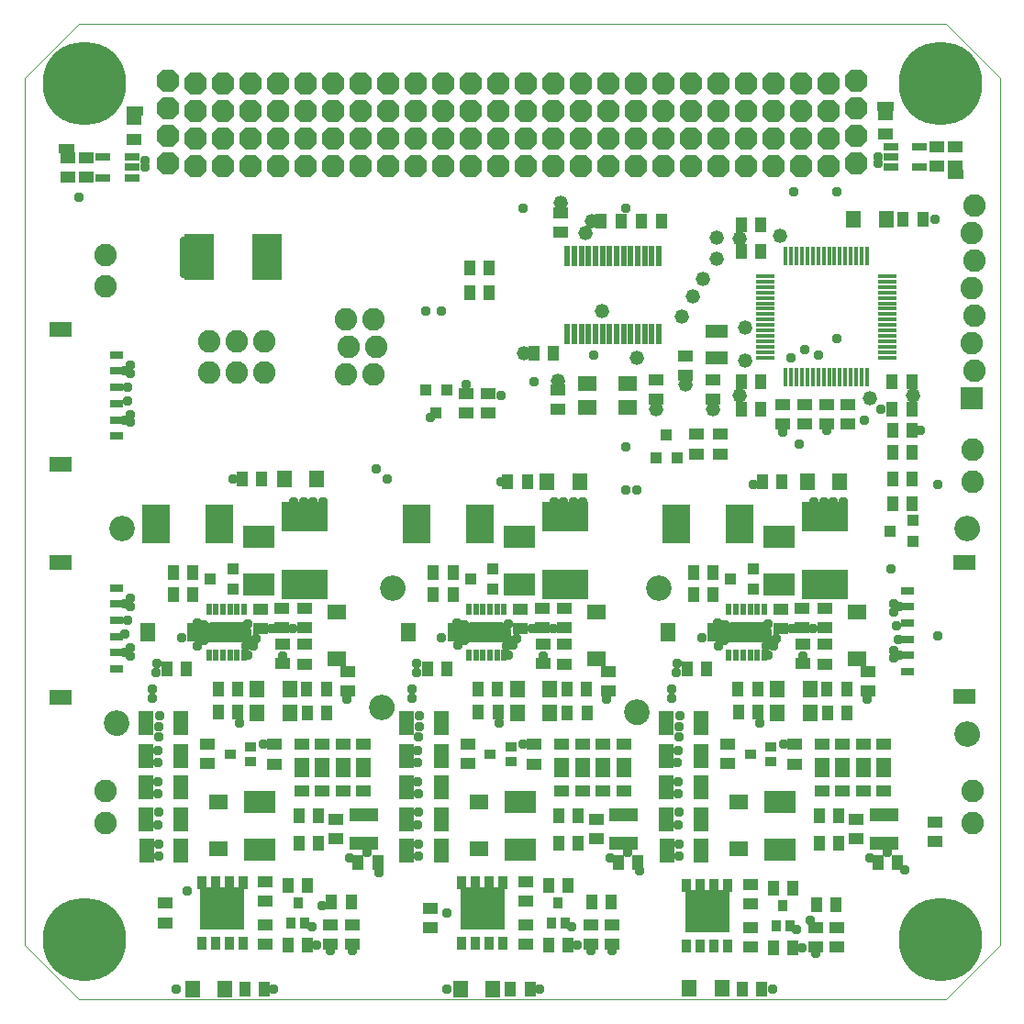
<source format=gts>
G75*
%MOIN*%
%OFA0B0*%
%FSLAX25Y25*%
%IPPOS*%
%LPD*%
%AMOC8*
5,1,8,0,0,1.08239X$1,22.5*
%
%ADD10OC8,0.08200*%
%ADD11C,0.00000*%
%ADD12C,0.30328*%
%ADD13R,0.05524X0.03950*%
%ADD14R,0.03950X0.05524*%
%ADD15R,0.03556X0.04343*%
%ADD16R,0.03202X0.04816*%
%ADD17R,0.16194X0.15800*%
%ADD18R,0.05524X0.08674*%
%ADD19R,0.16548X0.10643*%
%ADD20R,0.04343X0.03950*%
%ADD21R,0.05524X0.06312*%
%ADD22R,0.04343X0.03556*%
%ADD23R,0.11430X0.07887*%
%ADD24R,0.10300X0.14300*%
%ADD25R,0.05800X0.06587*%
%ADD26R,0.06587X0.05800*%
%ADD27R,0.12001X0.07300*%
%ADD28R,0.02454X0.04300*%
%ADD29R,0.02572X0.04737*%
%ADD30R,0.04737X0.03162*%
%ADD31R,0.07887X0.05721*%
%ADD32R,0.01784X0.06902*%
%ADD33R,0.06902X0.01784*%
%ADD34R,0.02375X0.07690*%
%ADD35R,0.07887X0.04737*%
%ADD36C,0.05200*%
%ADD37R,0.07099X0.05721*%
%ADD38R,0.04737X0.01784*%
%ADD39R,0.01784X0.04737*%
%ADD40C,0.09265*%
%ADD41C,0.08200*%
%ADD42R,0.08200X0.08200*%
%ADD43R,0.05524X0.03162*%
%ADD44R,0.10643X0.16548*%
%ADD45R,0.03950X0.04343*%
%ADD46C,0.03778*%
%ADD47R,0.03778X0.03778*%
D10*
X0077787Y0321425D03*
X0077787Y0331425D03*
X0077787Y0341425D03*
X0077787Y0351425D03*
X0087787Y0350425D03*
X0087787Y0340425D03*
X0097787Y0340425D03*
X0097787Y0350425D03*
X0107787Y0350425D03*
X0107787Y0340425D03*
X0117787Y0340425D03*
X0117787Y0350425D03*
X0127787Y0350425D03*
X0127787Y0340425D03*
X0137787Y0340425D03*
X0137787Y0350425D03*
X0147787Y0350425D03*
X0147787Y0340425D03*
X0147787Y0330425D03*
X0147787Y0320425D03*
X0137787Y0320425D03*
X0127787Y0320425D03*
X0127787Y0330425D03*
X0137787Y0330425D03*
X0117787Y0330425D03*
X0107787Y0330425D03*
X0107787Y0320425D03*
X0117787Y0320425D03*
X0097787Y0320425D03*
X0087787Y0320425D03*
X0087787Y0330425D03*
X0097787Y0330425D03*
X0157787Y0330425D03*
X0157787Y0320425D03*
X0167787Y0320425D03*
X0167787Y0330425D03*
X0167787Y0340425D03*
X0157787Y0340425D03*
X0157787Y0350425D03*
X0167787Y0350425D03*
X0177787Y0350425D03*
X0177787Y0340425D03*
X0187787Y0340425D03*
X0187787Y0350425D03*
X0197787Y0350425D03*
X0197787Y0340425D03*
X0207787Y0340425D03*
X0207787Y0350425D03*
X0217787Y0350425D03*
X0217787Y0340425D03*
X0227787Y0340425D03*
X0227787Y0350425D03*
X0237787Y0350425D03*
X0237787Y0340425D03*
X0247787Y0340425D03*
X0247787Y0350425D03*
X0257787Y0350425D03*
X0257787Y0340425D03*
X0257787Y0330425D03*
X0257787Y0320425D03*
X0247787Y0320425D03*
X0237787Y0320425D03*
X0237787Y0330425D03*
X0247787Y0330425D03*
X0227787Y0330425D03*
X0217787Y0330425D03*
X0217787Y0320425D03*
X0227787Y0320425D03*
X0207787Y0320425D03*
X0197787Y0320425D03*
X0197787Y0330425D03*
X0207787Y0330425D03*
X0187787Y0330425D03*
X0177787Y0330425D03*
X0177787Y0320425D03*
X0187787Y0320425D03*
X0267787Y0320425D03*
X0267787Y0330425D03*
X0277787Y0330425D03*
X0277787Y0320425D03*
X0287787Y0320425D03*
X0287787Y0330425D03*
X0297787Y0330425D03*
X0297787Y0320425D03*
X0307787Y0320425D03*
X0307787Y0330425D03*
X0317787Y0330425D03*
X0317787Y0320425D03*
X0327787Y0321425D03*
X0327787Y0331425D03*
X0327787Y0341425D03*
X0327787Y0351425D03*
X0317787Y0350425D03*
X0307787Y0350425D03*
X0307787Y0340425D03*
X0317787Y0340425D03*
X0297787Y0340425D03*
X0287787Y0340425D03*
X0287787Y0350425D03*
X0297787Y0350425D03*
X0277787Y0350425D03*
X0267787Y0350425D03*
X0267787Y0340425D03*
X0277787Y0340425D03*
D11*
X0025622Y0352394D02*
X0025622Y0037433D01*
X0045307Y0017748D01*
X0360268Y0017748D01*
X0379953Y0037433D01*
X0379953Y0352394D01*
X0360268Y0372079D01*
X0045307Y0372079D01*
X0025622Y0352394D01*
X0056823Y0189008D02*
X0056825Y0189138D01*
X0056831Y0189267D01*
X0056841Y0189397D01*
X0056855Y0189526D01*
X0056873Y0189654D01*
X0056894Y0189782D01*
X0056920Y0189909D01*
X0056950Y0190035D01*
X0056983Y0190161D01*
X0057020Y0190285D01*
X0057061Y0190408D01*
X0057106Y0190530D01*
X0057155Y0190650D01*
X0057207Y0190769D01*
X0057262Y0190886D01*
X0057322Y0191001D01*
X0057385Y0191115D01*
X0057451Y0191226D01*
X0057521Y0191336D01*
X0057594Y0191443D01*
X0057670Y0191548D01*
X0057749Y0191650D01*
X0057832Y0191750D01*
X0057917Y0191848D01*
X0058006Y0191943D01*
X0058097Y0192035D01*
X0058191Y0192124D01*
X0058288Y0192210D01*
X0058388Y0192293D01*
X0058489Y0192374D01*
X0058594Y0192451D01*
X0058700Y0192525D01*
X0058809Y0192595D01*
X0058920Y0192662D01*
X0059033Y0192726D01*
X0059148Y0192786D01*
X0059265Y0192843D01*
X0059383Y0192896D01*
X0059503Y0192945D01*
X0059625Y0192991D01*
X0059747Y0193033D01*
X0059871Y0193071D01*
X0059996Y0193105D01*
X0060122Y0193136D01*
X0060249Y0193163D01*
X0060377Y0193185D01*
X0060505Y0193204D01*
X0060634Y0193219D01*
X0060763Y0193230D01*
X0060893Y0193237D01*
X0061023Y0193240D01*
X0061152Y0193239D01*
X0061282Y0193234D01*
X0061411Y0193225D01*
X0061540Y0193212D01*
X0061669Y0193195D01*
X0061797Y0193174D01*
X0061924Y0193150D01*
X0062051Y0193121D01*
X0062176Y0193089D01*
X0062301Y0193052D01*
X0062424Y0193012D01*
X0062546Y0192969D01*
X0062667Y0192921D01*
X0062786Y0192870D01*
X0062904Y0192815D01*
X0063019Y0192756D01*
X0063133Y0192694D01*
X0063245Y0192629D01*
X0063355Y0192560D01*
X0063463Y0192488D01*
X0063569Y0192413D01*
X0063672Y0192334D01*
X0063773Y0192252D01*
X0063871Y0192167D01*
X0063966Y0192080D01*
X0064059Y0191989D01*
X0064149Y0191896D01*
X0064236Y0191799D01*
X0064320Y0191701D01*
X0064401Y0191599D01*
X0064479Y0191496D01*
X0064553Y0191389D01*
X0064625Y0191281D01*
X0064693Y0191171D01*
X0064757Y0191058D01*
X0064818Y0190944D01*
X0064876Y0190827D01*
X0064930Y0190710D01*
X0064980Y0190590D01*
X0065027Y0190469D01*
X0065070Y0190347D01*
X0065109Y0190223D01*
X0065144Y0190098D01*
X0065176Y0189972D01*
X0065203Y0189846D01*
X0065227Y0189718D01*
X0065247Y0189590D01*
X0065263Y0189461D01*
X0065275Y0189332D01*
X0065283Y0189202D01*
X0065287Y0189073D01*
X0065287Y0188943D01*
X0065283Y0188814D01*
X0065275Y0188684D01*
X0065263Y0188555D01*
X0065247Y0188426D01*
X0065227Y0188298D01*
X0065203Y0188170D01*
X0065176Y0188044D01*
X0065144Y0187918D01*
X0065109Y0187793D01*
X0065070Y0187669D01*
X0065027Y0187547D01*
X0064980Y0187426D01*
X0064930Y0187306D01*
X0064876Y0187189D01*
X0064818Y0187072D01*
X0064757Y0186958D01*
X0064693Y0186845D01*
X0064625Y0186735D01*
X0064553Y0186627D01*
X0064479Y0186520D01*
X0064401Y0186417D01*
X0064320Y0186315D01*
X0064236Y0186217D01*
X0064149Y0186120D01*
X0064059Y0186027D01*
X0063966Y0185936D01*
X0063871Y0185849D01*
X0063773Y0185764D01*
X0063672Y0185682D01*
X0063569Y0185603D01*
X0063463Y0185528D01*
X0063355Y0185456D01*
X0063245Y0185387D01*
X0063133Y0185322D01*
X0063019Y0185260D01*
X0062904Y0185201D01*
X0062786Y0185146D01*
X0062667Y0185095D01*
X0062546Y0185047D01*
X0062424Y0185004D01*
X0062301Y0184964D01*
X0062176Y0184927D01*
X0062051Y0184895D01*
X0061924Y0184866D01*
X0061797Y0184842D01*
X0061669Y0184821D01*
X0061540Y0184804D01*
X0061411Y0184791D01*
X0061282Y0184782D01*
X0061152Y0184777D01*
X0061023Y0184776D01*
X0060893Y0184779D01*
X0060763Y0184786D01*
X0060634Y0184797D01*
X0060505Y0184812D01*
X0060377Y0184831D01*
X0060249Y0184853D01*
X0060122Y0184880D01*
X0059996Y0184911D01*
X0059871Y0184945D01*
X0059747Y0184983D01*
X0059625Y0185025D01*
X0059503Y0185071D01*
X0059383Y0185120D01*
X0059265Y0185173D01*
X0059148Y0185230D01*
X0059033Y0185290D01*
X0058920Y0185354D01*
X0058809Y0185421D01*
X0058700Y0185491D01*
X0058594Y0185565D01*
X0058489Y0185642D01*
X0058388Y0185723D01*
X0058288Y0185806D01*
X0058191Y0185892D01*
X0058097Y0185981D01*
X0058006Y0186073D01*
X0057917Y0186168D01*
X0057832Y0186266D01*
X0057749Y0186366D01*
X0057670Y0186468D01*
X0057594Y0186573D01*
X0057521Y0186680D01*
X0057451Y0186790D01*
X0057385Y0186901D01*
X0057322Y0187015D01*
X0057262Y0187130D01*
X0057207Y0187247D01*
X0057155Y0187366D01*
X0057106Y0187486D01*
X0057061Y0187608D01*
X0057020Y0187731D01*
X0056983Y0187855D01*
X0056950Y0187981D01*
X0056920Y0188107D01*
X0056894Y0188234D01*
X0056873Y0188362D01*
X0056855Y0188490D01*
X0056841Y0188619D01*
X0056831Y0188749D01*
X0056825Y0188878D01*
X0056823Y0189008D01*
X0054855Y0118142D02*
X0054857Y0118272D01*
X0054863Y0118401D01*
X0054873Y0118531D01*
X0054887Y0118660D01*
X0054905Y0118788D01*
X0054926Y0118916D01*
X0054952Y0119043D01*
X0054982Y0119169D01*
X0055015Y0119295D01*
X0055052Y0119419D01*
X0055093Y0119542D01*
X0055138Y0119664D01*
X0055187Y0119784D01*
X0055239Y0119903D01*
X0055294Y0120020D01*
X0055354Y0120135D01*
X0055417Y0120249D01*
X0055483Y0120360D01*
X0055553Y0120470D01*
X0055626Y0120577D01*
X0055702Y0120682D01*
X0055781Y0120784D01*
X0055864Y0120884D01*
X0055949Y0120982D01*
X0056038Y0121077D01*
X0056129Y0121169D01*
X0056223Y0121258D01*
X0056320Y0121344D01*
X0056420Y0121427D01*
X0056521Y0121508D01*
X0056626Y0121585D01*
X0056732Y0121659D01*
X0056841Y0121729D01*
X0056952Y0121796D01*
X0057065Y0121860D01*
X0057180Y0121920D01*
X0057297Y0121977D01*
X0057415Y0122030D01*
X0057535Y0122079D01*
X0057657Y0122125D01*
X0057779Y0122167D01*
X0057903Y0122205D01*
X0058028Y0122239D01*
X0058154Y0122270D01*
X0058281Y0122297D01*
X0058409Y0122319D01*
X0058537Y0122338D01*
X0058666Y0122353D01*
X0058795Y0122364D01*
X0058925Y0122371D01*
X0059055Y0122374D01*
X0059184Y0122373D01*
X0059314Y0122368D01*
X0059443Y0122359D01*
X0059572Y0122346D01*
X0059701Y0122329D01*
X0059829Y0122308D01*
X0059956Y0122284D01*
X0060083Y0122255D01*
X0060208Y0122223D01*
X0060333Y0122186D01*
X0060456Y0122146D01*
X0060578Y0122103D01*
X0060699Y0122055D01*
X0060818Y0122004D01*
X0060936Y0121949D01*
X0061051Y0121890D01*
X0061165Y0121828D01*
X0061277Y0121763D01*
X0061387Y0121694D01*
X0061495Y0121622D01*
X0061601Y0121547D01*
X0061704Y0121468D01*
X0061805Y0121386D01*
X0061903Y0121301D01*
X0061998Y0121214D01*
X0062091Y0121123D01*
X0062181Y0121030D01*
X0062268Y0120933D01*
X0062352Y0120835D01*
X0062433Y0120733D01*
X0062511Y0120630D01*
X0062585Y0120523D01*
X0062657Y0120415D01*
X0062725Y0120305D01*
X0062789Y0120192D01*
X0062850Y0120078D01*
X0062908Y0119961D01*
X0062962Y0119844D01*
X0063012Y0119724D01*
X0063059Y0119603D01*
X0063102Y0119481D01*
X0063141Y0119357D01*
X0063176Y0119232D01*
X0063208Y0119106D01*
X0063235Y0118980D01*
X0063259Y0118852D01*
X0063279Y0118724D01*
X0063295Y0118595D01*
X0063307Y0118466D01*
X0063315Y0118336D01*
X0063319Y0118207D01*
X0063319Y0118077D01*
X0063315Y0117948D01*
X0063307Y0117818D01*
X0063295Y0117689D01*
X0063279Y0117560D01*
X0063259Y0117432D01*
X0063235Y0117304D01*
X0063208Y0117178D01*
X0063176Y0117052D01*
X0063141Y0116927D01*
X0063102Y0116803D01*
X0063059Y0116681D01*
X0063012Y0116560D01*
X0062962Y0116440D01*
X0062908Y0116323D01*
X0062850Y0116206D01*
X0062789Y0116092D01*
X0062725Y0115979D01*
X0062657Y0115869D01*
X0062585Y0115761D01*
X0062511Y0115654D01*
X0062433Y0115551D01*
X0062352Y0115449D01*
X0062268Y0115351D01*
X0062181Y0115254D01*
X0062091Y0115161D01*
X0061998Y0115070D01*
X0061903Y0114983D01*
X0061805Y0114898D01*
X0061704Y0114816D01*
X0061601Y0114737D01*
X0061495Y0114662D01*
X0061387Y0114590D01*
X0061277Y0114521D01*
X0061165Y0114456D01*
X0061051Y0114394D01*
X0060936Y0114335D01*
X0060818Y0114280D01*
X0060699Y0114229D01*
X0060578Y0114181D01*
X0060456Y0114138D01*
X0060333Y0114098D01*
X0060208Y0114061D01*
X0060083Y0114029D01*
X0059956Y0114000D01*
X0059829Y0113976D01*
X0059701Y0113955D01*
X0059572Y0113938D01*
X0059443Y0113925D01*
X0059314Y0113916D01*
X0059184Y0113911D01*
X0059055Y0113910D01*
X0058925Y0113913D01*
X0058795Y0113920D01*
X0058666Y0113931D01*
X0058537Y0113946D01*
X0058409Y0113965D01*
X0058281Y0113987D01*
X0058154Y0114014D01*
X0058028Y0114045D01*
X0057903Y0114079D01*
X0057779Y0114117D01*
X0057657Y0114159D01*
X0057535Y0114205D01*
X0057415Y0114254D01*
X0057297Y0114307D01*
X0057180Y0114364D01*
X0057065Y0114424D01*
X0056952Y0114488D01*
X0056841Y0114555D01*
X0056732Y0114625D01*
X0056626Y0114699D01*
X0056521Y0114776D01*
X0056420Y0114857D01*
X0056320Y0114940D01*
X0056223Y0115026D01*
X0056129Y0115115D01*
X0056038Y0115207D01*
X0055949Y0115302D01*
X0055864Y0115400D01*
X0055781Y0115500D01*
X0055702Y0115602D01*
X0055626Y0115707D01*
X0055553Y0115814D01*
X0055483Y0115924D01*
X0055417Y0116035D01*
X0055354Y0116149D01*
X0055294Y0116264D01*
X0055239Y0116381D01*
X0055187Y0116500D01*
X0055138Y0116620D01*
X0055093Y0116742D01*
X0055052Y0116865D01*
X0055015Y0116989D01*
X0054982Y0117115D01*
X0054952Y0117241D01*
X0054926Y0117368D01*
X0054905Y0117496D01*
X0054887Y0117624D01*
X0054873Y0117753D01*
X0054863Y0117883D01*
X0054857Y0118012D01*
X0054855Y0118142D01*
X0151311Y0124047D02*
X0151313Y0124177D01*
X0151319Y0124306D01*
X0151329Y0124436D01*
X0151343Y0124565D01*
X0151361Y0124693D01*
X0151382Y0124821D01*
X0151408Y0124948D01*
X0151438Y0125074D01*
X0151471Y0125200D01*
X0151508Y0125324D01*
X0151549Y0125447D01*
X0151594Y0125569D01*
X0151643Y0125689D01*
X0151695Y0125808D01*
X0151750Y0125925D01*
X0151810Y0126040D01*
X0151873Y0126154D01*
X0151939Y0126265D01*
X0152009Y0126375D01*
X0152082Y0126482D01*
X0152158Y0126587D01*
X0152237Y0126689D01*
X0152320Y0126789D01*
X0152405Y0126887D01*
X0152494Y0126982D01*
X0152585Y0127074D01*
X0152679Y0127163D01*
X0152776Y0127249D01*
X0152876Y0127332D01*
X0152977Y0127413D01*
X0153082Y0127490D01*
X0153188Y0127564D01*
X0153297Y0127634D01*
X0153408Y0127701D01*
X0153521Y0127765D01*
X0153636Y0127825D01*
X0153753Y0127882D01*
X0153871Y0127935D01*
X0153991Y0127984D01*
X0154113Y0128030D01*
X0154235Y0128072D01*
X0154359Y0128110D01*
X0154484Y0128144D01*
X0154610Y0128175D01*
X0154737Y0128202D01*
X0154865Y0128224D01*
X0154993Y0128243D01*
X0155122Y0128258D01*
X0155251Y0128269D01*
X0155381Y0128276D01*
X0155511Y0128279D01*
X0155640Y0128278D01*
X0155770Y0128273D01*
X0155899Y0128264D01*
X0156028Y0128251D01*
X0156157Y0128234D01*
X0156285Y0128213D01*
X0156412Y0128189D01*
X0156539Y0128160D01*
X0156664Y0128128D01*
X0156789Y0128091D01*
X0156912Y0128051D01*
X0157034Y0128008D01*
X0157155Y0127960D01*
X0157274Y0127909D01*
X0157392Y0127854D01*
X0157507Y0127795D01*
X0157621Y0127733D01*
X0157733Y0127668D01*
X0157843Y0127599D01*
X0157951Y0127527D01*
X0158057Y0127452D01*
X0158160Y0127373D01*
X0158261Y0127291D01*
X0158359Y0127206D01*
X0158454Y0127119D01*
X0158547Y0127028D01*
X0158637Y0126935D01*
X0158724Y0126838D01*
X0158808Y0126740D01*
X0158889Y0126638D01*
X0158967Y0126535D01*
X0159041Y0126428D01*
X0159113Y0126320D01*
X0159181Y0126210D01*
X0159245Y0126097D01*
X0159306Y0125983D01*
X0159364Y0125866D01*
X0159418Y0125749D01*
X0159468Y0125629D01*
X0159515Y0125508D01*
X0159558Y0125386D01*
X0159597Y0125262D01*
X0159632Y0125137D01*
X0159664Y0125011D01*
X0159691Y0124885D01*
X0159715Y0124757D01*
X0159735Y0124629D01*
X0159751Y0124500D01*
X0159763Y0124371D01*
X0159771Y0124241D01*
X0159775Y0124112D01*
X0159775Y0123982D01*
X0159771Y0123853D01*
X0159763Y0123723D01*
X0159751Y0123594D01*
X0159735Y0123465D01*
X0159715Y0123337D01*
X0159691Y0123209D01*
X0159664Y0123083D01*
X0159632Y0122957D01*
X0159597Y0122832D01*
X0159558Y0122708D01*
X0159515Y0122586D01*
X0159468Y0122465D01*
X0159418Y0122345D01*
X0159364Y0122228D01*
X0159306Y0122111D01*
X0159245Y0121997D01*
X0159181Y0121884D01*
X0159113Y0121774D01*
X0159041Y0121666D01*
X0158967Y0121559D01*
X0158889Y0121456D01*
X0158808Y0121354D01*
X0158724Y0121256D01*
X0158637Y0121159D01*
X0158547Y0121066D01*
X0158454Y0120975D01*
X0158359Y0120888D01*
X0158261Y0120803D01*
X0158160Y0120721D01*
X0158057Y0120642D01*
X0157951Y0120567D01*
X0157843Y0120495D01*
X0157733Y0120426D01*
X0157621Y0120361D01*
X0157507Y0120299D01*
X0157392Y0120240D01*
X0157274Y0120185D01*
X0157155Y0120134D01*
X0157034Y0120086D01*
X0156912Y0120043D01*
X0156789Y0120003D01*
X0156664Y0119966D01*
X0156539Y0119934D01*
X0156412Y0119905D01*
X0156285Y0119881D01*
X0156157Y0119860D01*
X0156028Y0119843D01*
X0155899Y0119830D01*
X0155770Y0119821D01*
X0155640Y0119816D01*
X0155511Y0119815D01*
X0155381Y0119818D01*
X0155251Y0119825D01*
X0155122Y0119836D01*
X0154993Y0119851D01*
X0154865Y0119870D01*
X0154737Y0119892D01*
X0154610Y0119919D01*
X0154484Y0119950D01*
X0154359Y0119984D01*
X0154235Y0120022D01*
X0154113Y0120064D01*
X0153991Y0120110D01*
X0153871Y0120159D01*
X0153753Y0120212D01*
X0153636Y0120269D01*
X0153521Y0120329D01*
X0153408Y0120393D01*
X0153297Y0120460D01*
X0153188Y0120530D01*
X0153082Y0120604D01*
X0152977Y0120681D01*
X0152876Y0120762D01*
X0152776Y0120845D01*
X0152679Y0120931D01*
X0152585Y0121020D01*
X0152494Y0121112D01*
X0152405Y0121207D01*
X0152320Y0121305D01*
X0152237Y0121405D01*
X0152158Y0121507D01*
X0152082Y0121612D01*
X0152009Y0121719D01*
X0151939Y0121829D01*
X0151873Y0121940D01*
X0151810Y0122054D01*
X0151750Y0122169D01*
X0151695Y0122286D01*
X0151643Y0122405D01*
X0151594Y0122525D01*
X0151549Y0122647D01*
X0151508Y0122770D01*
X0151471Y0122894D01*
X0151438Y0123020D01*
X0151408Y0123146D01*
X0151382Y0123273D01*
X0151361Y0123401D01*
X0151343Y0123529D01*
X0151329Y0123658D01*
X0151319Y0123788D01*
X0151313Y0123917D01*
X0151311Y0124047D01*
X0155248Y0167354D02*
X0155250Y0167484D01*
X0155256Y0167613D01*
X0155266Y0167743D01*
X0155280Y0167872D01*
X0155298Y0168000D01*
X0155319Y0168128D01*
X0155345Y0168255D01*
X0155375Y0168381D01*
X0155408Y0168507D01*
X0155445Y0168631D01*
X0155486Y0168754D01*
X0155531Y0168876D01*
X0155580Y0168996D01*
X0155632Y0169115D01*
X0155687Y0169232D01*
X0155747Y0169347D01*
X0155810Y0169461D01*
X0155876Y0169572D01*
X0155946Y0169682D01*
X0156019Y0169789D01*
X0156095Y0169894D01*
X0156174Y0169996D01*
X0156257Y0170096D01*
X0156342Y0170194D01*
X0156431Y0170289D01*
X0156522Y0170381D01*
X0156616Y0170470D01*
X0156713Y0170556D01*
X0156813Y0170639D01*
X0156914Y0170720D01*
X0157019Y0170797D01*
X0157125Y0170871D01*
X0157234Y0170941D01*
X0157345Y0171008D01*
X0157458Y0171072D01*
X0157573Y0171132D01*
X0157690Y0171189D01*
X0157808Y0171242D01*
X0157928Y0171291D01*
X0158050Y0171337D01*
X0158172Y0171379D01*
X0158296Y0171417D01*
X0158421Y0171451D01*
X0158547Y0171482D01*
X0158674Y0171509D01*
X0158802Y0171531D01*
X0158930Y0171550D01*
X0159059Y0171565D01*
X0159188Y0171576D01*
X0159318Y0171583D01*
X0159448Y0171586D01*
X0159577Y0171585D01*
X0159707Y0171580D01*
X0159836Y0171571D01*
X0159965Y0171558D01*
X0160094Y0171541D01*
X0160222Y0171520D01*
X0160349Y0171496D01*
X0160476Y0171467D01*
X0160601Y0171435D01*
X0160726Y0171398D01*
X0160849Y0171358D01*
X0160971Y0171315D01*
X0161092Y0171267D01*
X0161211Y0171216D01*
X0161329Y0171161D01*
X0161444Y0171102D01*
X0161558Y0171040D01*
X0161670Y0170975D01*
X0161780Y0170906D01*
X0161888Y0170834D01*
X0161994Y0170759D01*
X0162097Y0170680D01*
X0162198Y0170598D01*
X0162296Y0170513D01*
X0162391Y0170426D01*
X0162484Y0170335D01*
X0162574Y0170242D01*
X0162661Y0170145D01*
X0162745Y0170047D01*
X0162826Y0169945D01*
X0162904Y0169842D01*
X0162978Y0169735D01*
X0163050Y0169627D01*
X0163118Y0169517D01*
X0163182Y0169404D01*
X0163243Y0169290D01*
X0163301Y0169173D01*
X0163355Y0169056D01*
X0163405Y0168936D01*
X0163452Y0168815D01*
X0163495Y0168693D01*
X0163534Y0168569D01*
X0163569Y0168444D01*
X0163601Y0168318D01*
X0163628Y0168192D01*
X0163652Y0168064D01*
X0163672Y0167936D01*
X0163688Y0167807D01*
X0163700Y0167678D01*
X0163708Y0167548D01*
X0163712Y0167419D01*
X0163712Y0167289D01*
X0163708Y0167160D01*
X0163700Y0167030D01*
X0163688Y0166901D01*
X0163672Y0166772D01*
X0163652Y0166644D01*
X0163628Y0166516D01*
X0163601Y0166390D01*
X0163569Y0166264D01*
X0163534Y0166139D01*
X0163495Y0166015D01*
X0163452Y0165893D01*
X0163405Y0165772D01*
X0163355Y0165652D01*
X0163301Y0165535D01*
X0163243Y0165418D01*
X0163182Y0165304D01*
X0163118Y0165191D01*
X0163050Y0165081D01*
X0162978Y0164973D01*
X0162904Y0164866D01*
X0162826Y0164763D01*
X0162745Y0164661D01*
X0162661Y0164563D01*
X0162574Y0164466D01*
X0162484Y0164373D01*
X0162391Y0164282D01*
X0162296Y0164195D01*
X0162198Y0164110D01*
X0162097Y0164028D01*
X0161994Y0163949D01*
X0161888Y0163874D01*
X0161780Y0163802D01*
X0161670Y0163733D01*
X0161558Y0163668D01*
X0161444Y0163606D01*
X0161329Y0163547D01*
X0161211Y0163492D01*
X0161092Y0163441D01*
X0160971Y0163393D01*
X0160849Y0163350D01*
X0160726Y0163310D01*
X0160601Y0163273D01*
X0160476Y0163241D01*
X0160349Y0163212D01*
X0160222Y0163188D01*
X0160094Y0163167D01*
X0159965Y0163150D01*
X0159836Y0163137D01*
X0159707Y0163128D01*
X0159577Y0163123D01*
X0159448Y0163122D01*
X0159318Y0163125D01*
X0159188Y0163132D01*
X0159059Y0163143D01*
X0158930Y0163158D01*
X0158802Y0163177D01*
X0158674Y0163199D01*
X0158547Y0163226D01*
X0158421Y0163257D01*
X0158296Y0163291D01*
X0158172Y0163329D01*
X0158050Y0163371D01*
X0157928Y0163417D01*
X0157808Y0163466D01*
X0157690Y0163519D01*
X0157573Y0163576D01*
X0157458Y0163636D01*
X0157345Y0163700D01*
X0157234Y0163767D01*
X0157125Y0163837D01*
X0157019Y0163911D01*
X0156914Y0163988D01*
X0156813Y0164069D01*
X0156713Y0164152D01*
X0156616Y0164238D01*
X0156522Y0164327D01*
X0156431Y0164419D01*
X0156342Y0164514D01*
X0156257Y0164612D01*
X0156174Y0164712D01*
X0156095Y0164814D01*
X0156019Y0164919D01*
X0155946Y0165026D01*
X0155876Y0165136D01*
X0155810Y0165247D01*
X0155747Y0165361D01*
X0155687Y0165476D01*
X0155632Y0165593D01*
X0155580Y0165712D01*
X0155531Y0165832D01*
X0155486Y0165954D01*
X0155445Y0166077D01*
X0155408Y0166201D01*
X0155375Y0166327D01*
X0155345Y0166453D01*
X0155319Y0166580D01*
X0155298Y0166708D01*
X0155280Y0166836D01*
X0155266Y0166965D01*
X0155256Y0167095D01*
X0155250Y0167224D01*
X0155248Y0167354D01*
X0243831Y0122079D02*
X0243833Y0122209D01*
X0243839Y0122338D01*
X0243849Y0122468D01*
X0243863Y0122597D01*
X0243881Y0122725D01*
X0243902Y0122853D01*
X0243928Y0122980D01*
X0243958Y0123106D01*
X0243991Y0123232D01*
X0244028Y0123356D01*
X0244069Y0123479D01*
X0244114Y0123601D01*
X0244163Y0123721D01*
X0244215Y0123840D01*
X0244270Y0123957D01*
X0244330Y0124072D01*
X0244393Y0124186D01*
X0244459Y0124297D01*
X0244529Y0124407D01*
X0244602Y0124514D01*
X0244678Y0124619D01*
X0244757Y0124721D01*
X0244840Y0124821D01*
X0244925Y0124919D01*
X0245014Y0125014D01*
X0245105Y0125106D01*
X0245199Y0125195D01*
X0245296Y0125281D01*
X0245396Y0125364D01*
X0245497Y0125445D01*
X0245602Y0125522D01*
X0245708Y0125596D01*
X0245817Y0125666D01*
X0245928Y0125733D01*
X0246041Y0125797D01*
X0246156Y0125857D01*
X0246273Y0125914D01*
X0246391Y0125967D01*
X0246511Y0126016D01*
X0246633Y0126062D01*
X0246755Y0126104D01*
X0246879Y0126142D01*
X0247004Y0126176D01*
X0247130Y0126207D01*
X0247257Y0126234D01*
X0247385Y0126256D01*
X0247513Y0126275D01*
X0247642Y0126290D01*
X0247771Y0126301D01*
X0247901Y0126308D01*
X0248031Y0126311D01*
X0248160Y0126310D01*
X0248290Y0126305D01*
X0248419Y0126296D01*
X0248548Y0126283D01*
X0248677Y0126266D01*
X0248805Y0126245D01*
X0248932Y0126221D01*
X0249059Y0126192D01*
X0249184Y0126160D01*
X0249309Y0126123D01*
X0249432Y0126083D01*
X0249554Y0126040D01*
X0249675Y0125992D01*
X0249794Y0125941D01*
X0249912Y0125886D01*
X0250027Y0125827D01*
X0250141Y0125765D01*
X0250253Y0125700D01*
X0250363Y0125631D01*
X0250471Y0125559D01*
X0250577Y0125484D01*
X0250680Y0125405D01*
X0250781Y0125323D01*
X0250879Y0125238D01*
X0250974Y0125151D01*
X0251067Y0125060D01*
X0251157Y0124967D01*
X0251244Y0124870D01*
X0251328Y0124772D01*
X0251409Y0124670D01*
X0251487Y0124567D01*
X0251561Y0124460D01*
X0251633Y0124352D01*
X0251701Y0124242D01*
X0251765Y0124129D01*
X0251826Y0124015D01*
X0251884Y0123898D01*
X0251938Y0123781D01*
X0251988Y0123661D01*
X0252035Y0123540D01*
X0252078Y0123418D01*
X0252117Y0123294D01*
X0252152Y0123169D01*
X0252184Y0123043D01*
X0252211Y0122917D01*
X0252235Y0122789D01*
X0252255Y0122661D01*
X0252271Y0122532D01*
X0252283Y0122403D01*
X0252291Y0122273D01*
X0252295Y0122144D01*
X0252295Y0122014D01*
X0252291Y0121885D01*
X0252283Y0121755D01*
X0252271Y0121626D01*
X0252255Y0121497D01*
X0252235Y0121369D01*
X0252211Y0121241D01*
X0252184Y0121115D01*
X0252152Y0120989D01*
X0252117Y0120864D01*
X0252078Y0120740D01*
X0252035Y0120618D01*
X0251988Y0120497D01*
X0251938Y0120377D01*
X0251884Y0120260D01*
X0251826Y0120143D01*
X0251765Y0120029D01*
X0251701Y0119916D01*
X0251633Y0119806D01*
X0251561Y0119698D01*
X0251487Y0119591D01*
X0251409Y0119488D01*
X0251328Y0119386D01*
X0251244Y0119288D01*
X0251157Y0119191D01*
X0251067Y0119098D01*
X0250974Y0119007D01*
X0250879Y0118920D01*
X0250781Y0118835D01*
X0250680Y0118753D01*
X0250577Y0118674D01*
X0250471Y0118599D01*
X0250363Y0118527D01*
X0250253Y0118458D01*
X0250141Y0118393D01*
X0250027Y0118331D01*
X0249912Y0118272D01*
X0249794Y0118217D01*
X0249675Y0118166D01*
X0249554Y0118118D01*
X0249432Y0118075D01*
X0249309Y0118035D01*
X0249184Y0117998D01*
X0249059Y0117966D01*
X0248932Y0117937D01*
X0248805Y0117913D01*
X0248677Y0117892D01*
X0248548Y0117875D01*
X0248419Y0117862D01*
X0248290Y0117853D01*
X0248160Y0117848D01*
X0248031Y0117847D01*
X0247901Y0117850D01*
X0247771Y0117857D01*
X0247642Y0117868D01*
X0247513Y0117883D01*
X0247385Y0117902D01*
X0247257Y0117924D01*
X0247130Y0117951D01*
X0247004Y0117982D01*
X0246879Y0118016D01*
X0246755Y0118054D01*
X0246633Y0118096D01*
X0246511Y0118142D01*
X0246391Y0118191D01*
X0246273Y0118244D01*
X0246156Y0118301D01*
X0246041Y0118361D01*
X0245928Y0118425D01*
X0245817Y0118492D01*
X0245708Y0118562D01*
X0245602Y0118636D01*
X0245497Y0118713D01*
X0245396Y0118794D01*
X0245296Y0118877D01*
X0245199Y0118963D01*
X0245105Y0119052D01*
X0245014Y0119144D01*
X0244925Y0119239D01*
X0244840Y0119337D01*
X0244757Y0119437D01*
X0244678Y0119539D01*
X0244602Y0119644D01*
X0244529Y0119751D01*
X0244459Y0119861D01*
X0244393Y0119972D01*
X0244330Y0120086D01*
X0244270Y0120201D01*
X0244215Y0120318D01*
X0244163Y0120437D01*
X0244114Y0120557D01*
X0244069Y0120679D01*
X0244028Y0120802D01*
X0243991Y0120926D01*
X0243958Y0121052D01*
X0243928Y0121178D01*
X0243902Y0121305D01*
X0243881Y0121433D01*
X0243863Y0121561D01*
X0243849Y0121690D01*
X0243839Y0121820D01*
X0243833Y0121949D01*
X0243831Y0122079D01*
X0251705Y0167354D02*
X0251707Y0167484D01*
X0251713Y0167613D01*
X0251723Y0167743D01*
X0251737Y0167872D01*
X0251755Y0168000D01*
X0251776Y0168128D01*
X0251802Y0168255D01*
X0251832Y0168381D01*
X0251865Y0168507D01*
X0251902Y0168631D01*
X0251943Y0168754D01*
X0251988Y0168876D01*
X0252037Y0168996D01*
X0252089Y0169115D01*
X0252144Y0169232D01*
X0252204Y0169347D01*
X0252267Y0169461D01*
X0252333Y0169572D01*
X0252403Y0169682D01*
X0252476Y0169789D01*
X0252552Y0169894D01*
X0252631Y0169996D01*
X0252714Y0170096D01*
X0252799Y0170194D01*
X0252888Y0170289D01*
X0252979Y0170381D01*
X0253073Y0170470D01*
X0253170Y0170556D01*
X0253270Y0170639D01*
X0253371Y0170720D01*
X0253476Y0170797D01*
X0253582Y0170871D01*
X0253691Y0170941D01*
X0253802Y0171008D01*
X0253915Y0171072D01*
X0254030Y0171132D01*
X0254147Y0171189D01*
X0254265Y0171242D01*
X0254385Y0171291D01*
X0254507Y0171337D01*
X0254629Y0171379D01*
X0254753Y0171417D01*
X0254878Y0171451D01*
X0255004Y0171482D01*
X0255131Y0171509D01*
X0255259Y0171531D01*
X0255387Y0171550D01*
X0255516Y0171565D01*
X0255645Y0171576D01*
X0255775Y0171583D01*
X0255905Y0171586D01*
X0256034Y0171585D01*
X0256164Y0171580D01*
X0256293Y0171571D01*
X0256422Y0171558D01*
X0256551Y0171541D01*
X0256679Y0171520D01*
X0256806Y0171496D01*
X0256933Y0171467D01*
X0257058Y0171435D01*
X0257183Y0171398D01*
X0257306Y0171358D01*
X0257428Y0171315D01*
X0257549Y0171267D01*
X0257668Y0171216D01*
X0257786Y0171161D01*
X0257901Y0171102D01*
X0258015Y0171040D01*
X0258127Y0170975D01*
X0258237Y0170906D01*
X0258345Y0170834D01*
X0258451Y0170759D01*
X0258554Y0170680D01*
X0258655Y0170598D01*
X0258753Y0170513D01*
X0258848Y0170426D01*
X0258941Y0170335D01*
X0259031Y0170242D01*
X0259118Y0170145D01*
X0259202Y0170047D01*
X0259283Y0169945D01*
X0259361Y0169842D01*
X0259435Y0169735D01*
X0259507Y0169627D01*
X0259575Y0169517D01*
X0259639Y0169404D01*
X0259700Y0169290D01*
X0259758Y0169173D01*
X0259812Y0169056D01*
X0259862Y0168936D01*
X0259909Y0168815D01*
X0259952Y0168693D01*
X0259991Y0168569D01*
X0260026Y0168444D01*
X0260058Y0168318D01*
X0260085Y0168192D01*
X0260109Y0168064D01*
X0260129Y0167936D01*
X0260145Y0167807D01*
X0260157Y0167678D01*
X0260165Y0167548D01*
X0260169Y0167419D01*
X0260169Y0167289D01*
X0260165Y0167160D01*
X0260157Y0167030D01*
X0260145Y0166901D01*
X0260129Y0166772D01*
X0260109Y0166644D01*
X0260085Y0166516D01*
X0260058Y0166390D01*
X0260026Y0166264D01*
X0259991Y0166139D01*
X0259952Y0166015D01*
X0259909Y0165893D01*
X0259862Y0165772D01*
X0259812Y0165652D01*
X0259758Y0165535D01*
X0259700Y0165418D01*
X0259639Y0165304D01*
X0259575Y0165191D01*
X0259507Y0165081D01*
X0259435Y0164973D01*
X0259361Y0164866D01*
X0259283Y0164763D01*
X0259202Y0164661D01*
X0259118Y0164563D01*
X0259031Y0164466D01*
X0258941Y0164373D01*
X0258848Y0164282D01*
X0258753Y0164195D01*
X0258655Y0164110D01*
X0258554Y0164028D01*
X0258451Y0163949D01*
X0258345Y0163874D01*
X0258237Y0163802D01*
X0258127Y0163733D01*
X0258015Y0163668D01*
X0257901Y0163606D01*
X0257786Y0163547D01*
X0257668Y0163492D01*
X0257549Y0163441D01*
X0257428Y0163393D01*
X0257306Y0163350D01*
X0257183Y0163310D01*
X0257058Y0163273D01*
X0256933Y0163241D01*
X0256806Y0163212D01*
X0256679Y0163188D01*
X0256551Y0163167D01*
X0256422Y0163150D01*
X0256293Y0163137D01*
X0256164Y0163128D01*
X0256034Y0163123D01*
X0255905Y0163122D01*
X0255775Y0163125D01*
X0255645Y0163132D01*
X0255516Y0163143D01*
X0255387Y0163158D01*
X0255259Y0163177D01*
X0255131Y0163199D01*
X0255004Y0163226D01*
X0254878Y0163257D01*
X0254753Y0163291D01*
X0254629Y0163329D01*
X0254507Y0163371D01*
X0254385Y0163417D01*
X0254265Y0163466D01*
X0254147Y0163519D01*
X0254030Y0163576D01*
X0253915Y0163636D01*
X0253802Y0163700D01*
X0253691Y0163767D01*
X0253582Y0163837D01*
X0253476Y0163911D01*
X0253371Y0163988D01*
X0253270Y0164069D01*
X0253170Y0164152D01*
X0253073Y0164238D01*
X0252979Y0164327D01*
X0252888Y0164419D01*
X0252799Y0164514D01*
X0252714Y0164612D01*
X0252631Y0164712D01*
X0252552Y0164814D01*
X0252476Y0164919D01*
X0252403Y0165026D01*
X0252333Y0165136D01*
X0252267Y0165247D01*
X0252204Y0165361D01*
X0252144Y0165476D01*
X0252089Y0165593D01*
X0252037Y0165712D01*
X0251988Y0165832D01*
X0251943Y0165954D01*
X0251902Y0166077D01*
X0251865Y0166201D01*
X0251832Y0166327D01*
X0251802Y0166453D01*
X0251776Y0166580D01*
X0251755Y0166708D01*
X0251737Y0166836D01*
X0251723Y0166965D01*
X0251713Y0167095D01*
X0251707Y0167224D01*
X0251705Y0167354D01*
X0363910Y0189008D02*
X0363912Y0189138D01*
X0363918Y0189267D01*
X0363928Y0189397D01*
X0363942Y0189526D01*
X0363960Y0189654D01*
X0363981Y0189782D01*
X0364007Y0189909D01*
X0364037Y0190035D01*
X0364070Y0190161D01*
X0364107Y0190285D01*
X0364148Y0190408D01*
X0364193Y0190530D01*
X0364242Y0190650D01*
X0364294Y0190769D01*
X0364349Y0190886D01*
X0364409Y0191001D01*
X0364472Y0191115D01*
X0364538Y0191226D01*
X0364608Y0191336D01*
X0364681Y0191443D01*
X0364757Y0191548D01*
X0364836Y0191650D01*
X0364919Y0191750D01*
X0365004Y0191848D01*
X0365093Y0191943D01*
X0365184Y0192035D01*
X0365278Y0192124D01*
X0365375Y0192210D01*
X0365475Y0192293D01*
X0365576Y0192374D01*
X0365681Y0192451D01*
X0365787Y0192525D01*
X0365896Y0192595D01*
X0366007Y0192662D01*
X0366120Y0192726D01*
X0366235Y0192786D01*
X0366352Y0192843D01*
X0366470Y0192896D01*
X0366590Y0192945D01*
X0366712Y0192991D01*
X0366834Y0193033D01*
X0366958Y0193071D01*
X0367083Y0193105D01*
X0367209Y0193136D01*
X0367336Y0193163D01*
X0367464Y0193185D01*
X0367592Y0193204D01*
X0367721Y0193219D01*
X0367850Y0193230D01*
X0367980Y0193237D01*
X0368110Y0193240D01*
X0368239Y0193239D01*
X0368369Y0193234D01*
X0368498Y0193225D01*
X0368627Y0193212D01*
X0368756Y0193195D01*
X0368884Y0193174D01*
X0369011Y0193150D01*
X0369138Y0193121D01*
X0369263Y0193089D01*
X0369388Y0193052D01*
X0369511Y0193012D01*
X0369633Y0192969D01*
X0369754Y0192921D01*
X0369873Y0192870D01*
X0369991Y0192815D01*
X0370106Y0192756D01*
X0370220Y0192694D01*
X0370332Y0192629D01*
X0370442Y0192560D01*
X0370550Y0192488D01*
X0370656Y0192413D01*
X0370759Y0192334D01*
X0370860Y0192252D01*
X0370958Y0192167D01*
X0371053Y0192080D01*
X0371146Y0191989D01*
X0371236Y0191896D01*
X0371323Y0191799D01*
X0371407Y0191701D01*
X0371488Y0191599D01*
X0371566Y0191496D01*
X0371640Y0191389D01*
X0371712Y0191281D01*
X0371780Y0191171D01*
X0371844Y0191058D01*
X0371905Y0190944D01*
X0371963Y0190827D01*
X0372017Y0190710D01*
X0372067Y0190590D01*
X0372114Y0190469D01*
X0372157Y0190347D01*
X0372196Y0190223D01*
X0372231Y0190098D01*
X0372263Y0189972D01*
X0372290Y0189846D01*
X0372314Y0189718D01*
X0372334Y0189590D01*
X0372350Y0189461D01*
X0372362Y0189332D01*
X0372370Y0189202D01*
X0372374Y0189073D01*
X0372374Y0188943D01*
X0372370Y0188814D01*
X0372362Y0188684D01*
X0372350Y0188555D01*
X0372334Y0188426D01*
X0372314Y0188298D01*
X0372290Y0188170D01*
X0372263Y0188044D01*
X0372231Y0187918D01*
X0372196Y0187793D01*
X0372157Y0187669D01*
X0372114Y0187547D01*
X0372067Y0187426D01*
X0372017Y0187306D01*
X0371963Y0187189D01*
X0371905Y0187072D01*
X0371844Y0186958D01*
X0371780Y0186845D01*
X0371712Y0186735D01*
X0371640Y0186627D01*
X0371566Y0186520D01*
X0371488Y0186417D01*
X0371407Y0186315D01*
X0371323Y0186217D01*
X0371236Y0186120D01*
X0371146Y0186027D01*
X0371053Y0185936D01*
X0370958Y0185849D01*
X0370860Y0185764D01*
X0370759Y0185682D01*
X0370656Y0185603D01*
X0370550Y0185528D01*
X0370442Y0185456D01*
X0370332Y0185387D01*
X0370220Y0185322D01*
X0370106Y0185260D01*
X0369991Y0185201D01*
X0369873Y0185146D01*
X0369754Y0185095D01*
X0369633Y0185047D01*
X0369511Y0185004D01*
X0369388Y0184964D01*
X0369263Y0184927D01*
X0369138Y0184895D01*
X0369011Y0184866D01*
X0368884Y0184842D01*
X0368756Y0184821D01*
X0368627Y0184804D01*
X0368498Y0184791D01*
X0368369Y0184782D01*
X0368239Y0184777D01*
X0368110Y0184776D01*
X0367980Y0184779D01*
X0367850Y0184786D01*
X0367721Y0184797D01*
X0367592Y0184812D01*
X0367464Y0184831D01*
X0367336Y0184853D01*
X0367209Y0184880D01*
X0367083Y0184911D01*
X0366958Y0184945D01*
X0366834Y0184983D01*
X0366712Y0185025D01*
X0366590Y0185071D01*
X0366470Y0185120D01*
X0366352Y0185173D01*
X0366235Y0185230D01*
X0366120Y0185290D01*
X0366007Y0185354D01*
X0365896Y0185421D01*
X0365787Y0185491D01*
X0365681Y0185565D01*
X0365576Y0185642D01*
X0365475Y0185723D01*
X0365375Y0185806D01*
X0365278Y0185892D01*
X0365184Y0185981D01*
X0365093Y0186073D01*
X0365004Y0186168D01*
X0364919Y0186266D01*
X0364836Y0186366D01*
X0364757Y0186468D01*
X0364681Y0186573D01*
X0364608Y0186680D01*
X0364538Y0186790D01*
X0364472Y0186901D01*
X0364409Y0187015D01*
X0364349Y0187130D01*
X0364294Y0187247D01*
X0364242Y0187366D01*
X0364193Y0187486D01*
X0364148Y0187608D01*
X0364107Y0187731D01*
X0364070Y0187855D01*
X0364037Y0187981D01*
X0364007Y0188107D01*
X0363981Y0188234D01*
X0363960Y0188362D01*
X0363942Y0188490D01*
X0363928Y0188619D01*
X0363918Y0188749D01*
X0363912Y0188878D01*
X0363910Y0189008D01*
X0363910Y0114205D02*
X0363912Y0114335D01*
X0363918Y0114464D01*
X0363928Y0114594D01*
X0363942Y0114723D01*
X0363960Y0114851D01*
X0363981Y0114979D01*
X0364007Y0115106D01*
X0364037Y0115232D01*
X0364070Y0115358D01*
X0364107Y0115482D01*
X0364148Y0115605D01*
X0364193Y0115727D01*
X0364242Y0115847D01*
X0364294Y0115966D01*
X0364349Y0116083D01*
X0364409Y0116198D01*
X0364472Y0116312D01*
X0364538Y0116423D01*
X0364608Y0116533D01*
X0364681Y0116640D01*
X0364757Y0116745D01*
X0364836Y0116847D01*
X0364919Y0116947D01*
X0365004Y0117045D01*
X0365093Y0117140D01*
X0365184Y0117232D01*
X0365278Y0117321D01*
X0365375Y0117407D01*
X0365475Y0117490D01*
X0365576Y0117571D01*
X0365681Y0117648D01*
X0365787Y0117722D01*
X0365896Y0117792D01*
X0366007Y0117859D01*
X0366120Y0117923D01*
X0366235Y0117983D01*
X0366352Y0118040D01*
X0366470Y0118093D01*
X0366590Y0118142D01*
X0366712Y0118188D01*
X0366834Y0118230D01*
X0366958Y0118268D01*
X0367083Y0118302D01*
X0367209Y0118333D01*
X0367336Y0118360D01*
X0367464Y0118382D01*
X0367592Y0118401D01*
X0367721Y0118416D01*
X0367850Y0118427D01*
X0367980Y0118434D01*
X0368110Y0118437D01*
X0368239Y0118436D01*
X0368369Y0118431D01*
X0368498Y0118422D01*
X0368627Y0118409D01*
X0368756Y0118392D01*
X0368884Y0118371D01*
X0369011Y0118347D01*
X0369138Y0118318D01*
X0369263Y0118286D01*
X0369388Y0118249D01*
X0369511Y0118209D01*
X0369633Y0118166D01*
X0369754Y0118118D01*
X0369873Y0118067D01*
X0369991Y0118012D01*
X0370106Y0117953D01*
X0370220Y0117891D01*
X0370332Y0117826D01*
X0370442Y0117757D01*
X0370550Y0117685D01*
X0370656Y0117610D01*
X0370759Y0117531D01*
X0370860Y0117449D01*
X0370958Y0117364D01*
X0371053Y0117277D01*
X0371146Y0117186D01*
X0371236Y0117093D01*
X0371323Y0116996D01*
X0371407Y0116898D01*
X0371488Y0116796D01*
X0371566Y0116693D01*
X0371640Y0116586D01*
X0371712Y0116478D01*
X0371780Y0116368D01*
X0371844Y0116255D01*
X0371905Y0116141D01*
X0371963Y0116024D01*
X0372017Y0115907D01*
X0372067Y0115787D01*
X0372114Y0115666D01*
X0372157Y0115544D01*
X0372196Y0115420D01*
X0372231Y0115295D01*
X0372263Y0115169D01*
X0372290Y0115043D01*
X0372314Y0114915D01*
X0372334Y0114787D01*
X0372350Y0114658D01*
X0372362Y0114529D01*
X0372370Y0114399D01*
X0372374Y0114270D01*
X0372374Y0114140D01*
X0372370Y0114011D01*
X0372362Y0113881D01*
X0372350Y0113752D01*
X0372334Y0113623D01*
X0372314Y0113495D01*
X0372290Y0113367D01*
X0372263Y0113241D01*
X0372231Y0113115D01*
X0372196Y0112990D01*
X0372157Y0112866D01*
X0372114Y0112744D01*
X0372067Y0112623D01*
X0372017Y0112503D01*
X0371963Y0112386D01*
X0371905Y0112269D01*
X0371844Y0112155D01*
X0371780Y0112042D01*
X0371712Y0111932D01*
X0371640Y0111824D01*
X0371566Y0111717D01*
X0371488Y0111614D01*
X0371407Y0111512D01*
X0371323Y0111414D01*
X0371236Y0111317D01*
X0371146Y0111224D01*
X0371053Y0111133D01*
X0370958Y0111046D01*
X0370860Y0110961D01*
X0370759Y0110879D01*
X0370656Y0110800D01*
X0370550Y0110725D01*
X0370442Y0110653D01*
X0370332Y0110584D01*
X0370220Y0110519D01*
X0370106Y0110457D01*
X0369991Y0110398D01*
X0369873Y0110343D01*
X0369754Y0110292D01*
X0369633Y0110244D01*
X0369511Y0110201D01*
X0369388Y0110161D01*
X0369263Y0110124D01*
X0369138Y0110092D01*
X0369011Y0110063D01*
X0368884Y0110039D01*
X0368756Y0110018D01*
X0368627Y0110001D01*
X0368498Y0109988D01*
X0368369Y0109979D01*
X0368239Y0109974D01*
X0368110Y0109973D01*
X0367980Y0109976D01*
X0367850Y0109983D01*
X0367721Y0109994D01*
X0367592Y0110009D01*
X0367464Y0110028D01*
X0367336Y0110050D01*
X0367209Y0110077D01*
X0367083Y0110108D01*
X0366958Y0110142D01*
X0366834Y0110180D01*
X0366712Y0110222D01*
X0366590Y0110268D01*
X0366470Y0110317D01*
X0366352Y0110370D01*
X0366235Y0110427D01*
X0366120Y0110487D01*
X0366007Y0110551D01*
X0365896Y0110618D01*
X0365787Y0110688D01*
X0365681Y0110762D01*
X0365576Y0110839D01*
X0365475Y0110920D01*
X0365375Y0111003D01*
X0365278Y0111089D01*
X0365184Y0111178D01*
X0365093Y0111270D01*
X0365004Y0111365D01*
X0364919Y0111463D01*
X0364836Y0111563D01*
X0364757Y0111665D01*
X0364681Y0111770D01*
X0364608Y0111877D01*
X0364538Y0111987D01*
X0364472Y0112098D01*
X0364409Y0112212D01*
X0364349Y0112327D01*
X0364294Y0112444D01*
X0364242Y0112563D01*
X0364193Y0112683D01*
X0364148Y0112805D01*
X0364107Y0112928D01*
X0364070Y0113052D01*
X0364037Y0113178D01*
X0364007Y0113304D01*
X0363981Y0113431D01*
X0363960Y0113559D01*
X0363942Y0113687D01*
X0363928Y0113816D01*
X0363918Y0113946D01*
X0363912Y0114075D01*
X0363910Y0114205D01*
D12*
X0358299Y0039402D03*
X0047276Y0039402D03*
X0047276Y0350425D03*
X0358299Y0350425D03*
D13*
X0338352Y0339272D03*
X0338352Y0332185D03*
X0357102Y0327522D03*
X0357102Y0320435D03*
X0363852Y0320435D03*
X0363852Y0327522D03*
X0275622Y0242827D03*
X0275622Y0235740D03*
X0265780Y0244598D03*
X0265780Y0251685D03*
X0254953Y0242827D03*
X0254953Y0235740D03*
X0269717Y0223063D03*
X0269717Y0215976D03*
X0278575Y0215976D03*
X0278575Y0223063D03*
X0301213Y0226803D03*
X0301213Y0233890D03*
X0309087Y0233890D03*
X0309087Y0226803D03*
X0316961Y0226803D03*
X0316961Y0233890D03*
X0324835Y0233890D03*
X0324835Y0226803D03*
X0316311Y0159886D03*
X0316311Y0152799D03*
X0316303Y0146764D03*
X0316303Y0139677D03*
X0308429Y0139874D03*
X0308429Y0146961D03*
X0308201Y0152799D03*
X0308201Y0159886D03*
X0300378Y0159709D03*
X0300378Y0152622D03*
X0332197Y0136961D03*
X0332197Y0129874D03*
X0330366Y0110720D03*
X0330366Y0103634D03*
X0330366Y0100720D03*
X0330366Y0093634D03*
X0322866Y0093634D03*
X0315366Y0093634D03*
X0315366Y0100720D03*
X0315366Y0103634D03*
X0322866Y0103634D03*
X0322866Y0100720D03*
X0322866Y0110720D03*
X0315366Y0110720D03*
X0305307Y0110465D03*
X0305307Y0103378D03*
X0281173Y0103496D03*
X0281173Y0110583D03*
X0243378Y0110720D03*
X0243378Y0103634D03*
X0243378Y0100720D03*
X0243378Y0093634D03*
X0235878Y0093634D03*
X0235878Y0100720D03*
X0235878Y0103634D03*
X0235878Y0110720D03*
X0228378Y0110720D03*
X0220878Y0110720D03*
X0220878Y0103634D03*
X0220878Y0100720D03*
X0228378Y0100720D03*
X0228378Y0103634D03*
X0228378Y0093634D03*
X0220878Y0093634D03*
X0210819Y0103378D03*
X0210819Y0110465D03*
X0186685Y0110583D03*
X0186685Y0103496D03*
X0148890Y0103634D03*
X0148890Y0100720D03*
X0148890Y0093634D03*
X0141390Y0093634D03*
X0133890Y0093634D03*
X0133890Y0100720D03*
X0133890Y0103634D03*
X0141390Y0103634D03*
X0141390Y0100720D03*
X0141390Y0110720D03*
X0133890Y0110720D03*
X0126390Y0110720D03*
X0126390Y0103634D03*
X0126390Y0100720D03*
X0126390Y0093634D03*
X0116331Y0103378D03*
X0116331Y0110465D03*
X0092197Y0110583D03*
X0092197Y0103496D03*
X0119453Y0139874D03*
X0119453Y0146961D03*
X0119224Y0152799D03*
X0119224Y0159886D03*
X0111402Y0159709D03*
X0111402Y0152622D03*
X0127335Y0152799D03*
X0127327Y0146764D03*
X0127327Y0139677D03*
X0143220Y0136961D03*
X0143220Y0129874D03*
X0148890Y0110720D03*
X0138890Y0083220D03*
X0138890Y0076134D03*
X0113220Y0060661D03*
X0113220Y0053575D03*
X0113220Y0044913D03*
X0113220Y0037827D03*
X0136843Y0037827D03*
X0136843Y0044913D03*
X0144717Y0044913D03*
X0144717Y0037827D03*
X0173260Y0043732D03*
X0173260Y0050819D03*
X0207709Y0053575D03*
X0207709Y0060661D03*
X0207709Y0044913D03*
X0207709Y0037827D03*
X0231331Y0037827D03*
X0231331Y0044913D03*
X0239205Y0044913D03*
X0239205Y0037827D03*
X0233378Y0076134D03*
X0233378Y0083220D03*
X0237709Y0129874D03*
X0237709Y0136961D03*
X0221815Y0139677D03*
X0221815Y0146764D03*
X0221823Y0152799D03*
X0221823Y0159886D03*
X0213713Y0159886D03*
X0213713Y0152799D03*
X0213941Y0146961D03*
X0213941Y0139874D03*
X0205890Y0152622D03*
X0205890Y0159709D03*
X0193929Y0230740D03*
X0193929Y0237827D03*
X0186055Y0237827D03*
X0186055Y0230740D03*
X0219520Y0232138D03*
X0219520Y0239224D03*
X0220504Y0296606D03*
X0220504Y0303693D03*
X0127335Y0159886D03*
X0076803Y0052787D03*
X0076803Y0045701D03*
X0289402Y0043929D03*
X0289402Y0036843D03*
X0289402Y0052591D03*
X0289402Y0059677D03*
X0313024Y0043929D03*
X0313024Y0036843D03*
X0320898Y0036843D03*
X0320898Y0043929D03*
X0327866Y0076134D03*
X0327866Y0083220D03*
X0337866Y0093634D03*
X0337866Y0100720D03*
X0337866Y0103634D03*
X0337866Y0110720D03*
X0356331Y0082315D03*
X0356331Y0075228D03*
X0065593Y0330327D03*
X0065593Y0337413D03*
X0048093Y0323663D03*
X0048093Y0316577D03*
X0041343Y0316577D03*
X0041343Y0323663D03*
D14*
X0104756Y0206724D03*
X0111843Y0206724D03*
X0086795Y0172846D03*
X0079709Y0172846D03*
X0079709Y0164953D03*
X0086795Y0164953D03*
X0084559Y0137945D03*
X0077472Y0137945D03*
X0095937Y0130583D03*
X0103024Y0130583D03*
X0103142Y0122118D03*
X0096055Y0122118D03*
X0128417Y0121961D03*
X0135504Y0121961D03*
X0135307Y0130701D03*
X0128220Y0130701D03*
X0171961Y0137945D03*
X0179047Y0137945D03*
X0190425Y0130583D03*
X0197512Y0130583D03*
X0197630Y0122118D03*
X0190543Y0122118D03*
X0222906Y0121961D03*
X0229992Y0121961D03*
X0229795Y0130701D03*
X0222709Y0130701D03*
X0181283Y0164953D03*
X0174197Y0164953D03*
X0174197Y0172846D03*
X0181283Y0172846D03*
X0201213Y0205740D03*
X0208299Y0205740D03*
X0210642Y0252492D03*
X0217728Y0252492D03*
X0194520Y0274638D03*
X0187433Y0274638D03*
X0187433Y0283496D03*
X0194520Y0283496D03*
X0235248Y0300720D03*
X0242335Y0300720D03*
X0249854Y0300720D03*
X0256941Y0300720D03*
X0285937Y0299244D03*
X0293024Y0299244D03*
X0293024Y0289402D03*
X0285937Y0289402D03*
X0285937Y0242157D03*
X0293024Y0242157D03*
X0293024Y0232315D03*
X0285937Y0232315D03*
X0293732Y0205740D03*
X0300819Y0205740D03*
X0275772Y0172846D03*
X0268685Y0172846D03*
X0268685Y0164953D03*
X0275772Y0164953D03*
X0273535Y0137945D03*
X0266449Y0137945D03*
X0284913Y0130583D03*
X0292000Y0130583D03*
X0292118Y0122118D03*
X0285031Y0122118D03*
X0317394Y0121961D03*
X0324480Y0121961D03*
X0324283Y0130701D03*
X0317197Y0130701D03*
X0314323Y0084677D03*
X0321409Y0084677D03*
X0321409Y0074677D03*
X0314323Y0074677D03*
X0304756Y0058102D03*
X0297669Y0058102D03*
X0313417Y0052197D03*
X0320504Y0052197D03*
X0335823Y0067677D03*
X0342909Y0067677D03*
X0304756Y0036449D03*
X0297669Y0036449D03*
X0293378Y0021528D03*
X0286291Y0021528D03*
X0238811Y0053181D03*
X0231724Y0053181D03*
X0223063Y0059087D03*
X0215976Y0059087D03*
X0219835Y0074677D03*
X0226921Y0074677D03*
X0226921Y0084677D03*
X0219835Y0084677D03*
X0241335Y0067677D03*
X0248421Y0067677D03*
X0223063Y0037433D03*
X0215976Y0037433D03*
X0209283Y0021685D03*
X0202197Y0021685D03*
X0153933Y0067677D03*
X0146846Y0067677D03*
X0144323Y0053181D03*
X0137236Y0053181D03*
X0128575Y0059087D03*
X0121488Y0059087D03*
X0125346Y0074677D03*
X0132433Y0074677D03*
X0132433Y0084677D03*
X0125346Y0084677D03*
X0128575Y0037433D03*
X0121488Y0037433D03*
X0112827Y0021685D03*
X0105740Y0021685D03*
X0340976Y0197866D03*
X0348063Y0197866D03*
X0348063Y0206724D03*
X0340976Y0206724D03*
X0340976Y0216567D03*
X0348063Y0216567D03*
X0348063Y0224441D03*
X0340976Y0224441D03*
X0340898Y0232315D03*
X0347984Y0232315D03*
X0347984Y0242157D03*
X0340898Y0242157D03*
X0344913Y0301213D03*
X0352000Y0301213D03*
D15*
X0301213Y0052000D03*
X0303772Y0044520D03*
X0298654Y0044520D03*
X0222079Y0045504D03*
X0216961Y0045504D03*
X0219520Y0052984D03*
X0127591Y0045504D03*
X0122472Y0045504D03*
X0125031Y0052984D03*
D16*
X0104972Y0060248D03*
X0099972Y0060248D03*
X0094972Y0060248D03*
X0089972Y0060248D03*
X0089972Y0038240D03*
X0094972Y0038240D03*
X0099972Y0038240D03*
X0104972Y0038240D03*
X0184461Y0038240D03*
X0189461Y0038240D03*
X0194461Y0038240D03*
X0199461Y0038240D03*
X0199461Y0060248D03*
X0194461Y0060248D03*
X0189461Y0060248D03*
X0184461Y0060248D03*
X0266154Y0059264D03*
X0271154Y0059264D03*
X0276154Y0059264D03*
X0281154Y0059264D03*
X0281154Y0037256D03*
X0276154Y0037256D03*
X0271154Y0037256D03*
X0266154Y0037256D03*
D17*
X0273654Y0049992D03*
X0191961Y0050976D03*
X0097472Y0050976D03*
D18*
X0082591Y0071921D03*
X0082472Y0083260D03*
X0082472Y0094835D03*
X0082472Y0106291D03*
X0082512Y0118063D03*
X0069913Y0118063D03*
X0069874Y0106291D03*
X0069874Y0094835D03*
X0069874Y0083260D03*
X0069992Y0071921D03*
X0164480Y0071921D03*
X0164362Y0083260D03*
X0164362Y0094835D03*
X0164362Y0106291D03*
X0164402Y0118063D03*
X0177000Y0118063D03*
X0176961Y0106291D03*
X0176961Y0094835D03*
X0176961Y0083260D03*
X0177079Y0071921D03*
X0258969Y0071921D03*
X0258850Y0083260D03*
X0258850Y0094835D03*
X0258850Y0106291D03*
X0258890Y0118063D03*
X0271488Y0118063D03*
X0271449Y0106291D03*
X0271449Y0094835D03*
X0271449Y0083260D03*
X0271567Y0071921D03*
D19*
X0316567Y0168535D03*
X0316567Y0193339D03*
X0222079Y0193339D03*
X0222079Y0168535D03*
X0127591Y0168535D03*
X0127591Y0193339D03*
D20*
X0101382Y0174362D03*
X0101382Y0166882D03*
X0093114Y0170622D03*
X0187602Y0170622D03*
X0195870Y0166882D03*
X0195870Y0174362D03*
X0282091Y0170622D03*
X0290358Y0166882D03*
X0290358Y0174362D03*
X0340189Y0188024D03*
X0348457Y0191764D03*
X0348457Y0184283D03*
D21*
X0321882Y0205740D03*
X0310071Y0205740D03*
X0310937Y0130661D03*
X0310937Y0121803D03*
X0299126Y0121803D03*
X0299126Y0130661D03*
X0227394Y0205740D03*
X0215583Y0205740D03*
X0216449Y0130661D03*
X0216449Y0121803D03*
X0204638Y0121803D03*
X0204638Y0130661D03*
X0131921Y0206724D03*
X0120110Y0206724D03*
X0121961Y0130661D03*
X0121961Y0121803D03*
X0110150Y0121803D03*
X0110150Y0130661D03*
X0098457Y0021685D03*
X0086646Y0021685D03*
X0184087Y0021685D03*
X0195898Y0021685D03*
X0267197Y0021843D03*
X0279008Y0021843D03*
X0326803Y0301213D03*
X0338614Y0301213D03*
D22*
X0296866Y0109413D03*
X0296866Y0104295D03*
X0289386Y0106854D03*
X0202378Y0104295D03*
X0202378Y0109413D03*
X0194898Y0106854D03*
X0107890Y0104295D03*
X0107890Y0109413D03*
X0100409Y0106854D03*
D23*
X0111252Y0089402D03*
X0111252Y0072079D03*
X0205740Y0072079D03*
X0205740Y0089402D03*
X0205346Y0168535D03*
X0205346Y0185858D03*
X0110858Y0185858D03*
X0110858Y0168535D03*
X0299835Y0168535D03*
X0299835Y0185858D03*
X0300228Y0089402D03*
X0300228Y0072079D03*
D24*
X0285484Y0190634D03*
X0262484Y0190634D03*
X0190996Y0190634D03*
X0167996Y0190634D03*
X0096508Y0190634D03*
X0073508Y0190634D03*
D25*
X0070543Y0151134D03*
X0087472Y0151134D03*
X0165031Y0151134D03*
X0181961Y0151134D03*
X0259520Y0151134D03*
X0276449Y0151134D03*
D26*
X0233535Y0158496D03*
X0233535Y0141567D03*
X0190701Y0089480D03*
X0190701Y0072551D03*
X0139047Y0141567D03*
X0139047Y0158496D03*
X0096213Y0089480D03*
X0096213Y0072551D03*
X0285189Y0072551D03*
X0285189Y0089480D03*
X0328024Y0141567D03*
X0328024Y0158496D03*
D27*
X0287984Y0151134D03*
X0193496Y0151134D03*
X0099008Y0151134D03*
D28*
X0100287Y0159402D03*
X0097728Y0159402D03*
X0095169Y0159402D03*
X0092610Y0159402D03*
X0102846Y0159402D03*
X0105406Y0159402D03*
X0105406Y0142866D03*
X0102846Y0142866D03*
X0100287Y0142866D03*
X0097728Y0142866D03*
X0095169Y0142866D03*
X0092610Y0142866D03*
X0187098Y0142866D03*
X0189657Y0142866D03*
X0192217Y0142866D03*
X0194776Y0142866D03*
X0197335Y0142866D03*
X0199894Y0142866D03*
X0199894Y0159402D03*
X0197335Y0159402D03*
X0194776Y0159402D03*
X0192217Y0159402D03*
X0189657Y0159402D03*
X0187098Y0159402D03*
X0281587Y0159402D03*
X0284146Y0159402D03*
X0286705Y0159402D03*
X0289264Y0159402D03*
X0291823Y0159402D03*
X0294382Y0159402D03*
X0294382Y0142866D03*
X0291823Y0142866D03*
X0289264Y0142866D03*
X0286705Y0142866D03*
X0284146Y0142866D03*
X0281587Y0142866D03*
D29*
X0247217Y0084795D03*
X0244657Y0084795D03*
X0242098Y0084795D03*
X0239539Y0084795D03*
X0239539Y0074559D03*
X0242098Y0074559D03*
X0244657Y0074559D03*
X0247217Y0074559D03*
X0334028Y0074559D03*
X0336587Y0074559D03*
X0339146Y0074559D03*
X0341705Y0074559D03*
X0341705Y0084795D03*
X0339146Y0084795D03*
X0336587Y0084795D03*
X0334028Y0084795D03*
X0152728Y0084795D03*
X0150169Y0084795D03*
X0147610Y0084795D03*
X0145051Y0084795D03*
X0145051Y0074559D03*
X0147610Y0074559D03*
X0150169Y0074559D03*
X0152728Y0074559D03*
D30*
X0059087Y0137827D03*
X0059087Y0143732D03*
X0059087Y0149638D03*
X0059087Y0155543D03*
X0059087Y0161449D03*
X0059087Y0167354D03*
X0059087Y0222472D03*
X0059087Y0228378D03*
X0059087Y0234283D03*
X0059087Y0240189D03*
X0059087Y0246094D03*
X0059087Y0252000D03*
X0346488Y0166370D03*
X0346488Y0160465D03*
X0346488Y0154559D03*
X0346488Y0148654D03*
X0346488Y0142748D03*
X0346488Y0136843D03*
D31*
X0366961Y0127768D03*
X0366961Y0176626D03*
X0038614Y0176429D03*
X0038614Y0212217D03*
X0038614Y0261075D03*
X0038614Y0127571D03*
D32*
X0302197Y0243732D03*
X0304165Y0243732D03*
X0306134Y0243732D03*
X0308102Y0243732D03*
X0310071Y0243732D03*
X0312039Y0243732D03*
X0314008Y0243732D03*
X0315976Y0243732D03*
X0317945Y0243732D03*
X0319913Y0243732D03*
X0321882Y0243732D03*
X0323850Y0243732D03*
X0325819Y0243732D03*
X0327787Y0243732D03*
X0329756Y0243732D03*
X0331724Y0243732D03*
X0331724Y0287827D03*
X0329756Y0287827D03*
X0327787Y0287827D03*
X0325819Y0287827D03*
X0323850Y0287827D03*
X0321882Y0287827D03*
X0319913Y0287827D03*
X0317945Y0287827D03*
X0315976Y0287827D03*
X0314008Y0287827D03*
X0312039Y0287827D03*
X0310071Y0287827D03*
X0308102Y0287827D03*
X0306134Y0287827D03*
X0304165Y0287827D03*
X0302197Y0287827D03*
D33*
X0294913Y0280543D03*
X0294913Y0278575D03*
X0294913Y0276606D03*
X0294913Y0274638D03*
X0294913Y0272669D03*
X0294913Y0270701D03*
X0294913Y0268732D03*
X0294913Y0266764D03*
X0294913Y0264795D03*
X0294913Y0262827D03*
X0294913Y0260858D03*
X0294913Y0258890D03*
X0294913Y0256921D03*
X0294913Y0254953D03*
X0294913Y0252984D03*
X0294913Y0251016D03*
X0339008Y0251016D03*
X0339008Y0252984D03*
X0339008Y0254953D03*
X0339008Y0256921D03*
X0339008Y0258890D03*
X0339008Y0260858D03*
X0339008Y0262827D03*
X0339008Y0264795D03*
X0339008Y0266764D03*
X0339008Y0268732D03*
X0339008Y0270701D03*
X0339008Y0272669D03*
X0339008Y0274638D03*
X0339008Y0276606D03*
X0339008Y0278575D03*
X0339008Y0280543D03*
D34*
X0256094Y0287827D03*
X0253535Y0287827D03*
X0250976Y0287827D03*
X0248417Y0287827D03*
X0245858Y0287827D03*
X0243299Y0287827D03*
X0240740Y0287827D03*
X0238181Y0287827D03*
X0235622Y0287827D03*
X0233063Y0287827D03*
X0230504Y0287827D03*
X0227945Y0287827D03*
X0225386Y0287827D03*
X0222827Y0287827D03*
X0222827Y0259480D03*
X0225386Y0259480D03*
X0227945Y0259480D03*
X0230504Y0259480D03*
X0233063Y0259480D03*
X0235622Y0259480D03*
X0238181Y0259480D03*
X0240740Y0259480D03*
X0243299Y0259480D03*
X0245858Y0259480D03*
X0248417Y0259480D03*
X0250976Y0259480D03*
X0253535Y0259480D03*
X0256094Y0259480D03*
D35*
X0276961Y0260701D03*
X0276961Y0250858D03*
D36*
X0287433Y0250031D03*
X0287433Y0261843D03*
X0268324Y0273261D03*
X0271946Y0279509D03*
X0276961Y0287030D03*
X0276961Y0294530D03*
X0285465Y0294323D03*
X0300228Y0295307D03*
X0264411Y0265780D03*
X0248063Y0251016D03*
X0235268Y0267748D03*
X0229362Y0296291D03*
X0231823Y0300720D03*
X0220504Y0307118D03*
X0207217Y0252492D03*
X0219520Y0242650D03*
X0254953Y0232315D03*
X0265780Y0241173D03*
X0275622Y0232315D03*
X0285465Y0237236D03*
X0332709Y0236252D03*
X0348457Y0237236D03*
D37*
X0244598Y0232984D03*
X0244598Y0241646D03*
X0230031Y0241646D03*
X0230031Y0232984D03*
D38*
X0220504Y0295898D03*
D39*
X0242650Y0300720D03*
X0218043Y0252492D03*
X0293716Y0232384D03*
X0340435Y0232184D03*
X0293794Y0299249D03*
D40*
X0368142Y0189008D03*
X0368142Y0114205D03*
X0255937Y0167354D03*
X0248063Y0122079D03*
X0159480Y0167354D03*
X0155543Y0124047D03*
X0059087Y0118142D03*
X0061055Y0189008D03*
D41*
X0092787Y0245394D03*
X0102787Y0245394D03*
X0112787Y0245394D03*
X0112787Y0256794D03*
X0102787Y0256794D03*
X0092787Y0256794D03*
X0055150Y0276891D03*
X0055150Y0288291D03*
X0142287Y0264913D03*
X0152287Y0264913D03*
X0153287Y0254913D03*
X0143287Y0254913D03*
X0142287Y0244913D03*
X0152287Y0244913D03*
X0055150Y0093409D03*
X0055150Y0082009D03*
X0370110Y0082009D03*
X0370110Y0093409D03*
X0370110Y0206024D03*
X0370110Y0217424D03*
X0370610Y0246252D03*
X0369610Y0256252D03*
X0370610Y0266252D03*
X0369610Y0276252D03*
X0370610Y0286252D03*
X0369610Y0296252D03*
X0370610Y0306252D03*
D42*
X0369610Y0236252D03*
D43*
X0350917Y0320238D03*
X0350917Y0327719D03*
X0340287Y0327719D03*
X0340287Y0323978D03*
X0340287Y0320238D03*
X0064657Y0320120D03*
X0064657Y0316380D03*
X0064657Y0323860D03*
X0054028Y0323860D03*
X0054028Y0316380D03*
D44*
X0089008Y0287433D03*
X0113811Y0287433D03*
D45*
X0171488Y0239205D03*
X0178969Y0239205D03*
X0175228Y0230937D03*
X0255150Y0214598D03*
X0262630Y0214598D03*
X0258890Y0222866D03*
D46*
X0244126Y0218535D03*
X0244126Y0202787D03*
X0248063Y0202787D03*
X0228571Y0198465D03*
X0225071Y0198465D03*
X0221571Y0198465D03*
X0218071Y0198465D03*
X0198850Y0205740D03*
X0173260Y0229362D03*
X0186055Y0241173D03*
X0198850Y0237236D03*
X0210661Y0242157D03*
X0232433Y0252039D03*
X0244008Y0305268D03*
X0206724Y0305150D03*
X0177197Y0267748D03*
X0171291Y0267748D03*
X0153575Y0210661D03*
X0157512Y0206724D03*
X0134083Y0198465D03*
X0130583Y0198465D03*
X0127083Y0198465D03*
X0123583Y0198465D03*
X0101409Y0206724D03*
X0064008Y0227394D03*
X0062039Y0228378D03*
X0064008Y0230346D03*
X0063024Y0235268D03*
X0063024Y0240189D03*
X0064008Y0245110D03*
X0062039Y0246094D03*
X0064008Y0248063D03*
X0083693Y0281528D03*
X0083693Y0283496D03*
X0083693Y0285465D03*
X0083693Y0287433D03*
X0083693Y0289402D03*
X0083693Y0291370D03*
X0083693Y0293339D03*
X0069343Y0320120D03*
X0069343Y0322620D03*
X0045307Y0309087D03*
X0064008Y0163417D03*
X0062039Y0161449D03*
X0064008Y0160465D03*
X0063024Y0155543D03*
X0062039Y0150622D03*
X0064067Y0145409D03*
X0062039Y0143732D03*
X0064067Y0142457D03*
X0073673Y0139780D03*
X0073555Y0136472D03*
X0071941Y0130646D03*
X0071941Y0127220D03*
X0074657Y0120921D03*
X0074539Y0116906D03*
X0074421Y0113244D03*
X0074067Y0108283D03*
X0073949Y0103795D03*
X0074067Y0096827D03*
X0074185Y0092457D03*
X0074303Y0085724D03*
X0074067Y0081354D03*
X0074303Y0074386D03*
X0074303Y0069780D03*
X0084677Y0057118D03*
X0080740Y0021685D03*
X0116173Y0021685D03*
X0131921Y0037433D03*
X0136843Y0035465D03*
X0144717Y0035465D03*
X0129953Y0044323D03*
X0133890Y0051933D03*
X0143890Y0069177D03*
X0150172Y0071259D03*
X0154559Y0064008D03*
X0168791Y0069780D03*
X0168791Y0074386D03*
X0168555Y0081354D03*
X0168791Y0085724D03*
X0168673Y0092457D03*
X0168555Y0096827D03*
X0168437Y0103795D03*
X0168555Y0108283D03*
X0168909Y0113244D03*
X0169028Y0116906D03*
X0169146Y0120921D03*
X0166429Y0127220D03*
X0166429Y0130646D03*
X0168043Y0136472D03*
X0168161Y0139780D03*
X0177217Y0149268D03*
X0183083Y0146394D03*
X0185366Y0148283D03*
X0187886Y0149386D03*
X0186035Y0151079D03*
X0187925Y0153047D03*
X0185406Y0153913D03*
X0182846Y0154543D03*
X0189854Y0151157D03*
X0191705Y0152929D03*
X0193476Y0151157D03*
X0191783Y0149465D03*
X0195287Y0149346D03*
X0197138Y0151118D03*
X0195287Y0152890D03*
X0199106Y0153008D03*
X0200917Y0151197D03*
X0199106Y0149386D03*
X0201587Y0148598D03*
X0200642Y0146276D03*
X0203201Y0146394D03*
X0204303Y0148953D03*
X0201390Y0154307D03*
X0209933Y0152575D03*
X0217610Y0152575D03*
X0214067Y0142654D03*
X0201311Y0143008D03*
X0198260Y0118339D03*
X0206921Y0110594D03*
X0228378Y0101177D03*
X0235878Y0102059D03*
X0243772Y0102059D03*
X0262925Y0103795D03*
X0263043Y0096827D03*
X0263161Y0092457D03*
X0263280Y0085724D03*
X0263043Y0081354D03*
X0263280Y0074386D03*
X0263280Y0069780D03*
X0249047Y0064402D03*
X0244660Y0071338D03*
X0238378Y0069177D03*
X0224441Y0044323D03*
X0226409Y0037433D03*
X0231331Y0035465D03*
X0239205Y0035465D03*
X0212630Y0021685D03*
X0179165Y0021685D03*
X0179165Y0049244D03*
X0149244Y0102394D03*
X0141390Y0101902D03*
X0133890Y0101177D03*
X0112433Y0110594D03*
X0103772Y0118339D03*
X0119579Y0142654D03*
X0123122Y0152575D03*
X0115445Y0152575D03*
X0109815Y0148874D03*
X0107098Y0148520D03*
X0106154Y0146197D03*
X0108713Y0146315D03*
X0106823Y0143008D03*
X0104618Y0149307D03*
X0106429Y0151118D03*
X0104618Y0152929D03*
X0106902Y0154228D03*
X0102650Y0151039D03*
X0100799Y0149268D03*
X0098988Y0151079D03*
X0097295Y0149386D03*
X0095366Y0151079D03*
X0097217Y0152850D03*
X0100799Y0152811D03*
X0093437Y0152969D03*
X0090917Y0153835D03*
X0088358Y0154465D03*
X0091547Y0151000D03*
X0093398Y0149307D03*
X0090878Y0148205D03*
X0088594Y0146315D03*
X0082728Y0149268D03*
X0142748Y0127000D03*
X0237236Y0127000D03*
X0260917Y0127220D03*
X0260917Y0130646D03*
X0262531Y0136472D03*
X0262650Y0139780D03*
X0271705Y0149268D03*
X0277610Y0146315D03*
X0279894Y0148205D03*
X0282413Y0149307D03*
X0280563Y0151000D03*
X0282453Y0152969D03*
X0279933Y0153835D03*
X0277374Y0154465D03*
X0284382Y0151079D03*
X0286232Y0152850D03*
X0288004Y0151079D03*
X0286311Y0149386D03*
X0289815Y0149268D03*
X0291665Y0151039D03*
X0289815Y0152811D03*
X0293634Y0152929D03*
X0295445Y0151118D03*
X0293634Y0149307D03*
X0296114Y0148520D03*
X0295169Y0146197D03*
X0297728Y0146315D03*
X0298831Y0148874D03*
X0295917Y0154228D03*
X0304421Y0152575D03*
X0312098Y0152575D03*
X0308555Y0142654D03*
X0295799Y0143008D03*
X0292748Y0118339D03*
X0301409Y0110594D03*
X0322866Y0101177D03*
X0330366Y0100720D03*
X0337866Y0102059D03*
X0331724Y0127000D03*
X0341567Y0141764D03*
X0343535Y0142748D03*
X0341567Y0144717D03*
X0342945Y0148494D03*
X0342551Y0153575D03*
X0341567Y0158496D03*
X0343535Y0160465D03*
X0341567Y0161449D03*
X0340583Y0174244D03*
X0323059Y0198465D03*
X0319559Y0198465D03*
X0316059Y0198465D03*
X0312559Y0198465D03*
X0307118Y0219520D03*
X0301213Y0224047D03*
X0316961Y0224441D03*
X0330740Y0228378D03*
X0336909Y0232315D03*
X0351213Y0224441D03*
X0357315Y0204756D03*
X0314008Y0252000D03*
X0309087Y0253969D03*
X0304165Y0251016D03*
X0320898Y0257906D03*
X0356331Y0301213D03*
X0335602Y0321478D03*
X0335602Y0323978D03*
X0320898Y0311055D03*
X0305150Y0311055D03*
X0290386Y0204756D03*
X0357512Y0150031D03*
X0339148Y0071220D03*
X0332866Y0069177D03*
X0345504Y0064992D03*
X0313024Y0034480D03*
X0308102Y0036449D03*
X0306134Y0043339D03*
X0311055Y0046488D03*
X0297276Y0021685D03*
X0263043Y0108283D03*
X0263398Y0113244D03*
X0263516Y0116906D03*
X0263634Y0120921D03*
D47*
X0362711Y0317585D03*
X0365211Y0317585D03*
X0339711Y0342335D03*
X0337211Y0342335D03*
X0066951Y0340477D03*
X0064451Y0340477D03*
X0042201Y0326727D03*
X0039701Y0326727D03*
M02*

</source>
